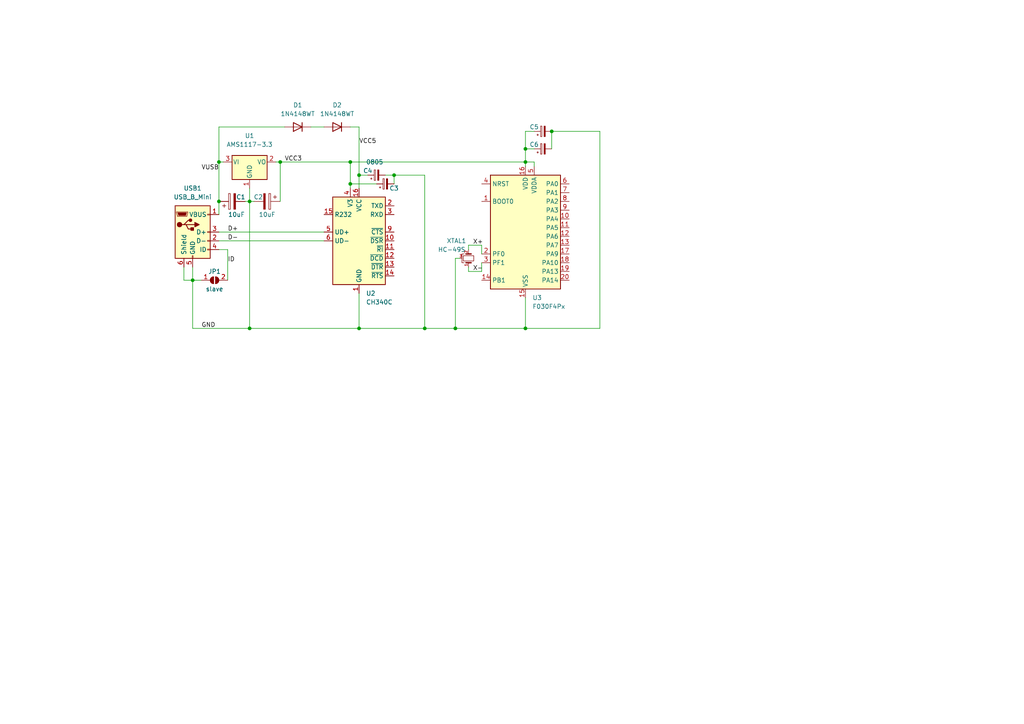
<source format=kicad_sch>
(kicad_sch (version 20211123) (generator eeschema)
  (paper "A4")
  (lib_symbols
    (symbol "Connector:USB_B_Mini" (pin_names (offset 1.016))
      (property "Reference" "J" (at -5.08 11.43 0))
      (property "Value" "USB_B_Mini" (at -5.08 8.89 0))
      (symbol "USB_B_Mini_0_1"
        (rectangle (start -5.08 -7.62) (end 5.08 7.62) (stroke (width 0.254)) (fill (type background)))
        (circle (center -3.81 2.159) (radius 0.635) (stroke (width 0.254)) (fill (type outline)))
        (circle (center -0.635 3.429) (radius 0.381) (stroke (width 0.254)) (fill (type outline)))
        (rectangle (start -0.127 -7.62) (end 0.127 -6.858))
        (polyline (pts (xy -1.905 2.159) (xy 0.635 2.159)) (stroke (width 0.254)))
        (polyline (pts (xy -3.175 2.159) (xy -2.54 2.159) (xy -1.27 3.429) (xy -0.635 3.429)) (stroke (width 0.254)))
        (polyline (pts (xy -2.54 2.159) (xy -1.905 2.159) (xy -1.27 0.889) (xy 0 0.889)) (stroke (width 0.254)))
        (polyline (pts (xy 0.635 2.794) (xy 0.635 1.524) (xy 1.905 2.159) (xy 0.635 2.794)) (stroke (width 0.254)) (fill (type outline)))
        (polyline (pts (xy -4.318 5.588) (xy -1.778 5.588) (xy -2.032 4.826) (xy -4.064 4.826) (xy -4.318 5.588)) (fill (type outline)))
        (polyline (pts (xy -4.699 5.842) (xy -4.699 5.588) (xy -4.445 4.826) (xy -4.445 4.572) (xy -1.651 4.572) (xy -1.651 4.826) (xy -1.397 5.588) (xy -1.397 5.842) (xy -4.699 5.842)))
        (rectangle (start 0.254 1.27) (end -0.508 0.508) (stroke (width 0.254)) (fill (type outline)))
        (rectangle (start 5.08 -5.207) (end 4.318 -4.953))
        (rectangle (start 5.08 -2.667) (end 4.318 -2.413))
        (rectangle (start 5.08 -0.127) (end 4.318 0.127))
        (rectangle (start 5.08 4.953) (end 4.318 5.207))
      )
      (symbol "USB_B_Mini_1_1"
        (pin power_out line (at 7.62 5.08 180) (length 2.54) (name "VBUS") (number "1"))
        (pin bidirectional line (at 7.62 -2.54 180) (length 2.54) (name "D-") (number "2"))
        (pin bidirectional line (at 7.62 0 180) (length 2.54) (name "D+") (number "3"))
        (pin passive line (at 7.62 -5.08 180) (length 2.54) (name "ID") (number "4"))
        (pin power_out line (at 0 -10.16 90) (length 2.54) (name "GND") (number "5"))
        (pin passive line (at -2.54 -10.16 90) (length 2.54) (name "Shield") (number "6"))
      )
    )
    (symbol "Device:C_Polarized" (pin_numbers hide) (pin_names (offset 0.254))
      (property "Reference" "C" (at 0.635 2.54 0))
      (property "Value" "C_Polarized" (at 0.635 -2.54 0))
      (symbol "C_Polarized_0_1"
        (rectangle (start -2.286 0.508) (end 2.286 1.016))
        (polyline (pts (xy -1.778 2.286) (xy -0.762 2.286)))
        (polyline (pts (xy -1.27 2.794) (xy -1.27 1.778)))
        (rectangle (start 2.286 -0.508) (end -2.286 -1.016) (fill (type outline)))
      )
      (symbol "C_Polarized_1_1"
        (pin passive line (at 0 3.81 270) (length 2.794) (name "~") (number "1"))
        (pin passive line (at 0 -3.81 90) (length 2.794) (name "~") (number "2"))
      )
    )
    (symbol "Device:C_Polarized_Small" (pin_numbers hide) (pin_names (offset 0.254) hide)
      (property "Reference" "C" (at 0.254 1.778 0))
      (property "Value" "C_Polarized_Small" (at 0.254 -2.032 0))
      (symbol "C_Polarized_Small_0_1"
        (rectangle (start -1.524 -0.3048) (end 1.524 -0.6858) (fill (type outline)))
        (rectangle (start -1.524 0.6858) (end 1.524 0.3048))
        (polyline (pts (xy -1.27 1.524) (xy -0.762 1.524)))
        (polyline (pts (xy -1.016 1.27) (xy -1.016 1.778)))
      )
      (symbol "C_Polarized_Small_1_1"
        (pin passive line (at 0 2.54 270) (length 1.8542) (name "~") (number "1"))
        (pin passive line (at 0 -2.54 90) (length 1.8542) (name "~") (number "2"))
      )
    )
    (symbol "Diode:1N4148WT" (pin_numbers hide) (pin_names hide)
      (property "Reference" "D" (at 0 2.54 0))
      (property "Value" "1N4148WT" (at 0 -2.54 0))
      (symbol "1N4148WT_0_1"
        (polyline (pts (xy -1.27 1.27) (xy -1.27 -1.27)) (stroke (width 0.254)))
        (polyline (pts (xy 1.27 0) (xy -1.27 0)))
        (polyline (pts (xy 1.27 1.27) (xy 1.27 -1.27) (xy -1.27 0) (xy 1.27 1.27)) (stroke (width 0.254)))
      )
      (symbol "1N4148WT_1_1"
        (pin passive line (at -3.81 0 0) (length 2.54) (name "K") (number "1"))
        (pin passive line (at 3.81 0 180) (length 2.54) (name "A") (number "2"))
      )
    )
    (symbol "Interface_USB:CH340C"
      (property "Reference" "U" (at -5.08 13.97 0))
      (property "Value" "CH340C" (at 1.27 13.97 0))
      (symbol "CH340C_0_1"
        (rectangle (start -7.62 12.7) (end 7.62 -12.7) (stroke (width 0.254)) (fill (type background)))
      )
      (symbol "CH340C_1_1"
        (pin power_in line (at 0 -15.24 90) (length 2.54) (name "GND") (number "1"))
        (pin input line (at 10.16 0 180) (length 2.54) (name "~{DSR}") (number "10"))
        (pin input line (at 10.16 -2.54 180) (length 2.54) (name "~{RI}") (number "11"))
        (pin input line (at 10.16 -5.08 180) (length 2.54) (name "~{DCD}") (number "12"))
        (pin output line (at 10.16 -7.62 180) (length 2.54) (name "~{DTR}") (number "13"))
        (pin output line (at 10.16 -10.16 180) (length 2.54) (name "~{RTS}") (number "14"))
        (pin input line (at -10.16 7.62 0) (length 2.54) (name "R232") (number "15"))
        (pin power_in line (at 0 15.24 270) (length 2.54) (name "VCC") (number "16"))
        (pin output line (at 10.16 10.16 180) (length 2.54) (name "TXD") (number "2"))
        (pin input line (at 10.16 7.62 180) (length 2.54) (name "RXD") (number "3"))
        (pin passive line (at -2.54 15.24 270) (length 2.54) (name "V3") (number "4"))
        (pin bidirectional line (at -10.16 2.54 0) (length 2.54) (name "UD+") (number "5"))
        (pin bidirectional line (at -10.16 0 0) (length 2.54) (name "UD-") (number "6"))
        (pin no_connect line (at -7.62 -7.62 0) (length 2.54) hide (name "NC") (number "7"))
        (pin no_connect line (at -7.62 -10.16 0) (length 2.54) hide (name "NC") (number "8"))
        (pin input line (at 10.16 2.54 180) (length 2.54) (name "~{CTS}") (number "9"))
      )
    )
    (symbol "Jumper:SolderJumper_2_Open" (pin_names (offset 0) hide)
      (property "Reference" "JP" (at 0 2.032 0))
      (property "Value" "SolderJumper_2_Open" (at 0 -2.54 0))
      (symbol "SolderJumper_2_Open_0_1"
        (arc (start -0.254 1.016) (mid -1.27 0) (end -0.254 -1.016))
        (arc (start -0.254 1.016) (mid -1.27 0) (end -0.254 -1.016) (fill (type outline)))
        (polyline (pts (xy -0.254 1.016) (xy -0.254 -1.016)))
        (polyline (pts (xy 0.254 1.016) (xy 0.254 -1.016)))
        (arc (start 0.254 -1.016) (mid 1.27 0) (end 0.254 1.016))
        (arc (start 0.254 -1.016) (mid 1.27 0) (end 0.254 1.016) (fill (type outline)))
      )
      (symbol "SolderJumper_2_Open_1_1"
        (pin passive line (at -3.81 0 0) (length 2.54) (name "A") (number "1"))
        (pin passive line (at 3.81 0 180) (length 2.54) (name "B") (number "2"))
      )
    )
    (symbol "MCU_ST_STM32F0:STM32F030F4Px"
      (property "Reference" "U" (at -10.16 16.51 0))
      (property "Value" "STM32F030F4Px" (at 5.08 16.51 0))
      (symbol "STM32F030F4Px_0_1"
        (rectangle (start -10.16 -17.78) (end 10.16 15.24) (stroke (width 0.254)) (fill (type background)))
      )
      (symbol "STM32F030F4Px_1_1"
        (pin input line (at -12.7 7.62 0) (length 2.54) (name "BOOT0") (number "1"))
        (pin bidirectional line (at 12.7 2.54 180) (length 2.54) (name "PA4") (number "10"))
        (pin bidirectional line (at 12.7 0 180) (length 2.54) (name "PA5") (number "11"))
        (pin bidirectional line (at 12.7 -2.54 180) (length 2.54) (name "PA6") (number "12"))
        (pin bidirectional line (at 12.7 -5.08 180) (length 2.54) (name "PA7") (number "13"))
        (pin bidirectional line (at -12.7 -15.24 0) (length 2.54) (name "PB1") (number "14"))
        (pin power_in line (at 0 -20.32 90) (length 2.54) (name "VSS") (number "15"))
        (pin power_in line (at 0 17.78 270) (length 2.54) (name "VDD") (number "16"))
        (pin bidirectional line (at 12.7 -7.62 180) (length 2.54) (name "PA9") (number "17"))
        (pin bidirectional line (at 12.7 -10.16 180) (length 2.54) (name "PA10") (number "18"))
        (pin bidirectional line (at 12.7 -12.7 180) (length 2.54) (name "PA13") (number "19"))
        (pin input line (at -12.7 -7.62 0) (length 2.54) (name "PF0") (number "2"))
        (pin bidirectional line (at 12.7 -15.24 180) (length 2.54) (name "PA14") (number "20"))
        (pin input line (at -12.7 -10.16 0) (length 2.54) (name "PF1") (number "3"))
        (pin input line (at -12.7 12.7 0) (length 2.54) (name "NRST") (number "4"))
        (pin power_in line (at 2.54 17.78 270) (length 2.54) (name "VDDA") (number "5"))
        (pin bidirectional line (at 12.7 12.7 180) (length 2.54) (name "PA0") (number "6"))
        (pin bidirectional line (at 12.7 10.16 180) (length 2.54) (name "PA1") (number "7"))
        (pin bidirectional line (at 12.7 7.62 180) (length 2.54) (name "PA2") (number "8"))
        (pin bidirectional line (at 12.7 5.08 180) (length 2.54) (name "PA3") (number "9"))
      )
    )
    (symbol "Regulator_Linear:AMS1117-3.3" (pin_names (offset 0.254))
      (property "Reference" "U" (at -3.81 3.175 0))
      (property "Value" "AMS1117-3.3" (at 0 3.175 0))
      (symbol "AMS1117-3.3_0_1"
        (rectangle (start -5.08 -5.08) (end 5.08 1.905) (stroke (width 0.254)) (fill (type background)))
      )
      (symbol "AMS1117-3.3_1_1"
        (pin power_in line (at 0 -7.62 90) (length 2.54) (name "GND") (number "1"))
        (pin power_out line (at 7.62 0 180) (length 2.54) (name "VO") (number "2"))
        (pin power_in line (at -7.62 0 0) (length 2.54) (name "VI") (number "3"))
      )
    )
    (symbol "crystal:HC-49S" (pin_names (offset 1.016) hide)
      (property "Reference" "XTAL1" (at -2.54 1.2701 90))
      (property "Value" "HC-49S" (at -2.54 -1.2699 90))
      (symbol "HC-49S_0_1"
        (rectangle (start -0.762 -1.524) (end 0.762 1.524))
        (polyline (pts (xy -1.27 -0.762) (xy -1.27 0.762)) (stroke (width 0.381)))
        (polyline (pts (xy 1.27 -0.762) (xy 1.27 0.762)) (stroke (width 0.381)))
        (polyline (pts (xy -1.27 -1.27) (xy -1.27 -1.905) (xy 1.27 -1.905) (xy 1.27 -1.27)))
      )
      (symbol "HC-49S_1_1"
        (pin passive line (at -2.54 0 0) (length 1.27) (name "1") (number "1"))
        (pin passive line (at 2.54 0 180) (length 1.27) (name "2") (number "2"))
        (pin passive line (at 0 -2.54 90) (length 0.635) (name "3") (number "3"))
      )
    )
  )
  (junction (at 160.02 38.1))
  (junction (at 152.4 46.99))
  (junction (at 63.5 58.42))
  (junction (at 104.14 95.25))
  (junction (at 104.14 50.8))
  (junction (at 101.6 53.34))
  (junction (at 132.08 95.25))
  (junction (at 55.88 81.28))
  (junction (at 114.3 50.8))
  (junction (at 81.28 46.99))
  (junction (at 152.4 95.25))
  (junction (at 123.19 95.25))
  (junction (at 72.39 95.25))
  (junction (at 101.6 46.99))
  (junction (at 63.5 46.99))
  (junction (at 152.4 43.18))
  (junction (at 72.39 58.42))
  (wire (pts (xy 55.88 81.28) (xy 55.88 95.25)))
  (wire (pts (xy 152.4 38.1) (xy 152.4 43.18)))
  (wire (pts (xy 66.04 72.39) (xy 66.04 81.28)))
  (wire (pts (xy 104.14 85.09) (xy 104.14 95.25)))
  (wire (pts (xy 104.14 36.83) (xy 104.14 50.8)))
  (wire (pts (xy 152.4 43.18) (xy 154.94 43.18)))
  (wire (pts (xy 152.4 43.18) (xy 152.4 46.99)))
  (wire (pts (xy 132.08 95.25) (xy 152.4 95.25)))
  (wire (pts (xy 160.02 38.1) (xy 160.02 43.18)))
  (wire (pts (xy 63.5 67.31) (xy 93.98 67.31)))
  (wire (pts (xy 101.6 53.34) (xy 101.6 54.61)))
  (wire (pts (xy 152.4 46.99) (xy 154.94 46.99)))
  (wire (pts (xy 173.99 95.25) (xy 152.4 95.25)))
  (wire (pts (xy 82.55 36.83) (xy 63.5 36.83)))
  (wire (pts (xy 139.7 78.74) (xy 135.89 78.74)))
  (wire (pts (xy 104.14 95.25) (xy 72.39 95.25)))
  (wire (pts (xy 123.19 95.25) (xy 104.14 95.25)))
  (wire (pts (xy 63.5 72.39) (xy 66.04 72.39)))
  (wire (pts (xy 101.6 46.99) (xy 101.6 53.34)))
  (wire (pts (xy 133.35 74.93) (xy 132.08 74.93)))
  (wire (pts (xy 135.89 72.39) (xy 135.89 71.12)))
  (wire (pts (xy 104.14 50.8) (xy 106.68 50.8)))
  (wire (pts (xy 63.5 46.99) (xy 64.77 46.99)))
  (wire (pts (xy 123.19 95.25) (xy 132.08 95.25)))
  (wire (pts (xy 63.5 69.85) (xy 93.98 69.85)))
  (wire (pts (xy 111.76 50.8) (xy 114.3 50.8)))
  (wire (pts (xy 152.4 86.36) (xy 152.4 95.25)))
  (wire (pts (xy 72.39 95.25) (xy 72.39 58.42)))
  (wire (pts (xy 139.7 76.2) (xy 139.7 78.74)))
  (wire (pts (xy 154.94 48.26) (xy 154.94 46.99)))
  (wire (pts (xy 90.17 36.83) (xy 93.98 36.83)))
  (wire (pts (xy 63.5 58.42) (xy 63.5 46.99)))
  (wire (pts (xy 53.34 77.47) (xy 53.34 81.28)))
  (wire (pts (xy 81.28 46.99) (xy 81.28 58.42)))
  (wire (pts (xy 154.94 38.1) (xy 152.4 38.1)))
  (wire (pts (xy 135.89 71.12) (xy 139.7 71.12)))
  (wire (pts (xy 80.01 46.99) (xy 81.28 46.99)))
  (wire (pts (xy 152.4 46.99) (xy 152.4 48.26)))
  (wire (pts (xy 114.3 50.8) (xy 123.19 50.8)))
  (wire (pts (xy 123.19 50.8) (xy 123.19 95.25)))
  (wire (pts (xy 135.89 78.74) (xy 135.89 77.47)))
  (wire (pts (xy 63.5 36.83) (xy 63.5 46.99)))
  (wire (pts (xy 55.88 81.28) (xy 58.42 81.28)))
  (wire (pts (xy 139.7 71.12) (xy 139.7 73.66)))
  (wire (pts (xy 114.3 50.8) (xy 114.3 53.34)))
  (wire (pts (xy 72.39 58.42) (xy 73.66 58.42)))
  (wire (pts (xy 72.39 58.42) (xy 72.39 54.61)))
  (wire (pts (xy 81.28 46.99) (xy 101.6 46.99)))
  (wire (pts (xy 55.88 95.25) (xy 72.39 95.25)))
  (wire (pts (xy 71.12 58.42) (xy 72.39 58.42)))
  (wire (pts (xy 132.08 74.93) (xy 132.08 95.25)))
  (wire (pts (xy 101.6 53.34) (xy 109.22 53.34)))
  (wire (pts (xy 104.14 50.8) (xy 104.14 54.61)))
  (wire (pts (xy 63.5 62.23) (xy 63.5 58.42)))
  (wire (pts (xy 173.99 38.1) (xy 173.99 95.25)))
  (wire (pts (xy 55.88 77.47) (xy 55.88 81.28)))
  (wire (pts (xy 53.34 81.28) (xy 55.88 81.28)))
  (wire (pts (xy 101.6 36.83) (xy 104.14 36.83)))
  (wire (pts (xy 101.6 46.99) (xy 152.4 46.99)))
  (wire (pts (xy 160.02 38.1) (xy 173.99 38.1)))
  (label "VCC3" (at 82.55 46.99 0))
  (label "D-" (at 66.04 69.85 0))
  (label "X+" (at 137.16 71.12 0))
  (label "X-" (at 137.16 78.74 0))
  (label "VCC5" (at 104.14 41.91 0))
  (label "ID" (at 66.04 76.2 0))
  (label "D+" (at 66.04 67.31 0))
  (label "VUSB" (at 63.5 49.53 180))
  (label "GND" (at 58.42 95.25 0))
  (symbol (lib_id "Connector:USB_B_Mini") (at 55.88 67.31 0) (unit 1)
    (property "Reference" "USB1" (at 55.88 54.61 0))
    (property "Value" "USB_B_Mini" (at 55.88 57.15 0))
    (property "Footprint" "Connector_USB:USB_Mini-B_DS1104" (effects hide))
  )
  (symbol (lib_id "Device:C_Polarized_Small") (at 109.22 50.8 90) (unit 1)
    (property "Reference" "C4" (at 106.68 49.53 90))
    (property "Value" "0805" (at 108.6739 46.99 90))
    (property "Footprint" "Capacitor_SMD:C_0805_2012Metric_Pad1.18x1.45mm_HandSolder" (effects hide))
  )
  (symbol (lib_id "Device:C_Polarized_Small") (at 111.76 53.34 90) (unit 1)
    (property "Reference" "C3" (at 114.3 54.61 90))
    (property "Value" "0603" (effects hide))
    (property "Footprint" "Capacitor_SMD:C_0603_1608Metric_Pad1.08x0.95mm_HandSolder" (effects hide))
  )
  (symbol (lib_id "Device:C_Polarized") (at 77.47 58.42 270) (unit 1)
    (property "Reference" "C2" (at 74.93 57.15 90))
    (property "Value" "10uF" (at 77.47 62.23 90))
    (property "Footprint" "Capacitor_SMD:C_1206_3216Metric_Pad1.33x1.80mm_HandSolder" (effects hide))
  )
  (symbol (lib_id "crystal:HC-49S") (at 135.89 74.93 270) (mirror x) (unit 1)
    (property "Reference" "XTAL1" (at 129.54 69.85 90) (effects (justify left)))
    (property "Value" "HC-49S" (at 127 72.39 90) (effects (justify left)))
    (property "Footprint" "crystal:Crystal_HC49-2P_mill" (effects hide))
  )
  (symbol (lib_id "Jumper:SolderJumper_2_Open") (at 62.23 81.28 0) (unit 1)
    (property "Reference" "JP1" (at 62.23 78.74 0))
    (property "Value" "slave" (at 62.23 83.82 0))
    (property "Footprint" "Resistor_SMD:R_0201_0603Metric" (effects hide))
  )
  (symbol (lib_id "Device:C_Polarized_Small") (at 157.48 43.18 90) (unit 1)
    (property "Reference" "C6" (at 154.94 41.91 90))
    (property "Value" "C_Polarized_Small" (effects hide))
    (property "Footprint" "Capacitor_SMD:C_0402_1005Metric_Pad0.74x0.62mm_HandSolder" (effects hide))
  )
  (symbol (lib_id "Interface_USB:CH340C") (at 104.14 69.85 0) (unit 1)
    (property "Reference" "U2" (at 106.1594 85.09 0) (effects (justify left)))
    (property "Value" "CH340C" (at 106.1594 87.63 0) (effects (justify left)))
    (property "Footprint" "Package_SO:SOIC-16_3.9x9.9mm_P1.27mm" (effects hide))
    (property "Datasheet" "https://datasheet.lcsc.com/szlcsc/Jiangsu-Qin-Heng-CH340C_C84681.pdf" (effects hide))
  )
  (symbol (lib_id "MCU_ST_STM32F0:STM32F030F4Px") (at 152.4 66.04 0) (unit 1)
    (property "Reference" "U3" (at 154.4194 86.36 0) (effects (justify left)))
    (property "Value" "F030F4Px" (at 154.4194 88.9 0) (effects (justify left)))
    (property "Footprint" "Package_SO:TSSOP-20_4.4x6.5mm_P0.65mm" (effects hide))
    (property "Datasheet" "http://www.st.com/st-web-ui/static/active/en/resource/technical/document/datasheet/DM00088500.pdf" (effects hide))
  )
  (symbol (lib_id "Diode:1N4148WT") (at 86.36 36.83 180) (unit 1)
    (property "Reference" "D1" (at 86.36 30.48 0))
    (property "Value" "1N4148WT" (at 86.36 33.02 0))
    (property "Footprint" "Diode_SMD:D_SOD-523" (effects hide))
    (property "Datasheet" "https://www.diodes.com/assets/Datasheets/ds30396.pdf" (effects hide))
  )
  (symbol (lib_id "Device:C_Polarized_Small") (at 157.48 38.1 90) (unit 1)
    (property "Reference" "C5" (at 154.94 36.83 90))
    (property "Value" "C_Polarized_Small" (effects hide))
    (property "Footprint" "Capacitor_SMD:C_0402_1005Metric_Pad0.74x0.62mm_HandSolder" (effects hide))
  )
  (symbol (lib_id "Diode:1N4148WT") (at 97.79 36.83 180) (unit 1)
    (property "Reference" "D2" (at 97.79 30.48 0))
    (property "Value" "1N4148WT" (at 97.79 33.02 0))
    (property "Footprint" "Diode_SMD:D_SOD-523" (effects hide))
    (property "Datasheet" "https://www.diodes.com/assets/Datasheets/ds30396.pdf" (effects hide))
  )
  (symbol (lib_id "Device:C_Polarized") (at 67.31 58.42 90) (unit 1)
    (property "Reference" "C1" (at 69.85 57.15 90))
    (property "Value" "10uF" (at 68.58 62.23 90))
    (property "Footprint" "Capacitor_SMD:C_1206_3216Metric_Pad1.33x1.80mm_HandSolder" (effects hide))
  )
  (symbol (lib_id "Regulator_Linear:AMS1117-3.3") (at 72.39 46.99 0) (unit 1)
    (property "Reference" "U1" (at 72.39 39.37 0))
    (property "Value" "AMS1117-3.3" (at 72.39 41.91 0))
    (property "Footprint" "Package_TO_SOT_SMD:SOT-223-3_TabPin2" (effects hide))
    (property "Datasheet" "http://www.advanced-monolithic.com/pdf/ds1117.pdf" (effects hide))
  )
)
</source>
